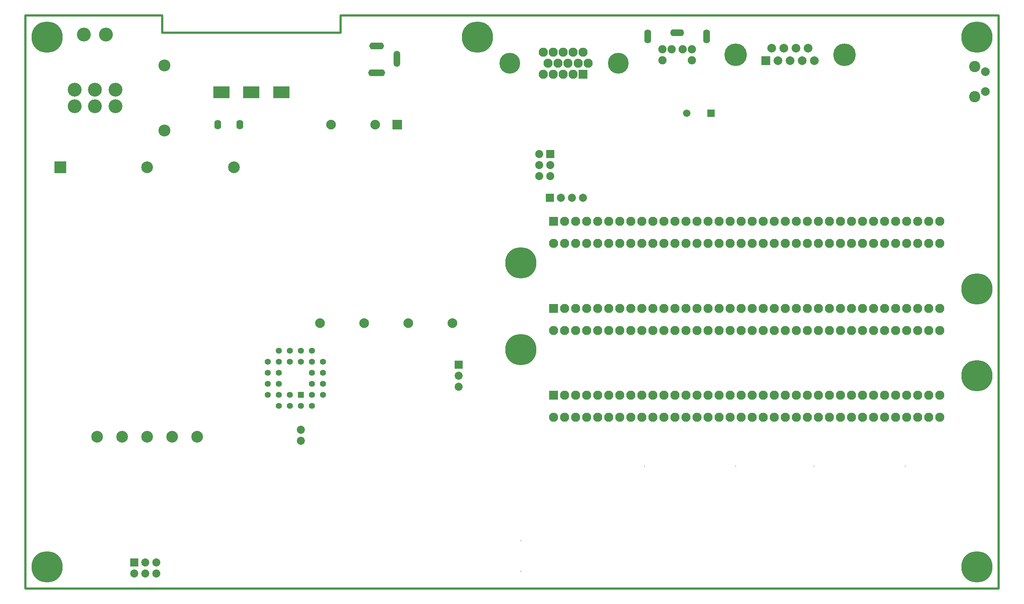
<source format=gbs>
%FSLAX44Y44*%
%MOMM*%
G71*
G01*
G75*
G04 Layer_Color=2172695*
%ADD10C,0.2000*%
%ADD11R,2.0000X3.0000*%
%ADD12R,1.0000X1.5000*%
%ADD13R,0.7000X1.5000*%
%ADD14R,1.0000X2.2000*%
%ADD15R,2.6000X1.8000*%
%ADD16R,2.4000X2.5000*%
%ADD17R,2.6000X2.2000*%
%ADD18R,3.5000X1.2000*%
%ADD19R,0.9500X1.6500*%
%ADD20R,0.9900X0.6900*%
%ADD21R,0.7500X1.3000*%
%ADD22R,1.0000X1.9000*%
%ADD23R,6.8000X6.9000*%
%ADD24P,1.4142X4X180.0*%
%ADD25P,1.4142X4X90.0*%
%ADD26O,0.4500X1.7000*%
%ADD27R,5.3000X5.3000*%
%ADD28O,0.3000X0.8000*%
%ADD29O,0.8000X0.3000*%
%ADD30R,2.0000X0.6000*%
%ADD31O,2.1000X0.6000*%
%ADD32R,1.5500X0.2500*%
%ADD33R,0.2500X1.5500*%
%ADD34R,0.6500X1.7500*%
%ADD35O,2.0320X0.8890*%
%ADD36R,2.0320X0.8890*%
%ADD37R,1.4500X2.0000*%
%ADD38R,0.8000X1.5000*%
%ADD39R,5.5000X2.0000*%
%ADD40R,1.3000X1.9000*%
%ADD41C,0.3500*%
%ADD42R,1.3000X0.7500*%
%ADD43R,2.0000X5.5000*%
%ADD44R,0.6900X0.9900*%
%ADD45R,1.2000X3.5000*%
%ADD46C,0.5000*%
%ADD47C,2.5000*%
%ADD48C,0.2500*%
%ADD49C,0.1500*%
%ADD50C,1.0000*%
%ADD51C,0.1250*%
%ADD52C,1.5000*%
%ADD53C,1.8000*%
%ADD54R,1.6510X1.6510*%
%ADD55C,1.6510*%
%ADD56C,1.9000*%
%ADD57R,1.9000X1.9000*%
%ADD58O,3.2000X1.4000*%
%ADD59O,1.3000X3.5000*%
%ADD60O,3.7000X1.4000*%
%ADD61R,3.6000X2.6000*%
%ADD62C,1.8000*%
%ADD63C,2.4000*%
%ADD64C,3.0000*%
%ADD65R,2.5000X2.5000*%
%ADD66C,2.5000*%
%ADD67C,5.0000*%
%ADD68C,1.8000*%
%ADD69R,1.8000X1.8000*%
%ADD70C,4.6000*%
%ADD71O,3.0000X1.4000*%
%ADD72O,1.4000X3.0000*%
%ADD73C,1.7000*%
%ADD74O,1.4000X2.0000*%
%ADD75C,2.5400*%
%ADD76R,2.0320X2.0320*%
%ADD77C,2.0320*%
%ADD78C,1.5000*%
%ADD79R,1.5000X1.5000*%
%ADD80R,1.6510X1.6510*%
%ADD81C,1.2000*%
%ADD82R,1.2000X1.2000*%
%ADD83C,7.0000*%
%ADD84C,0.6000*%
%ADD85C,0.4000*%
%ADD86C,1.0000*%
%ADD87C,0.2540*%
%ADD88C,0.1778*%
%ADD89C,0.6000*%
%ADD90C,0.1250*%
%ADD91C,0.2032*%
%ADD92C,0.0100*%
%ADD93C,0.0800*%
%ADD94C,0.1270*%
%ADD95R,1.0000X3.2500*%
%ADD96R,0.9000X1.4500*%
%ADD97R,1.1000X0.2000*%
%ADD98R,1.0000X1.0000*%
%ADD99R,1.0001X3.2500*%
%ADD100R,1.0000X3.2500*%
%ADD101R,3.2500X1.0000*%
%ADD102R,2.2032X3.2032*%
%ADD103R,1.2032X1.7032*%
%ADD104R,0.9032X1.7032*%
%ADD105R,1.2032X2.4032*%
%ADD106R,2.8032X2.0032*%
%ADD107R,2.6032X2.7032*%
%ADD108R,2.8032X2.4032*%
%ADD109R,3.7032X1.4032*%
%ADD110R,1.1532X1.8532*%
%ADD111R,1.1932X0.8932*%
%ADD112R,0.9532X1.5032*%
%ADD113R,1.2032X2.1032*%
%ADD114R,7.0032X7.1032*%
%ADD115P,1.7016X4X180.0*%
%ADD116P,1.7016X4X90.0*%
%ADD117O,0.6532X1.9032*%
%ADD118R,5.5032X5.5032*%
%ADD119O,0.5032X1.0032*%
%ADD120O,1.0032X0.5032*%
%ADD121R,2.2032X0.8032*%
%ADD122O,2.3032X0.8032*%
%ADD123R,1.7532X0.4532*%
%ADD124R,0.4532X1.7532*%
%ADD125R,0.8532X1.9532*%
%ADD126O,2.2352X1.0922*%
%ADD127R,2.2352X1.0922*%
%ADD128R,1.6532X2.2032*%
%ADD129R,1.0032X1.7032*%
%ADD130R,5.7032X2.2032*%
%ADD131R,1.5032X2.1032*%
%ADD132C,0.5532*%
%ADD133R,1.5032X0.9532*%
%ADD134R,2.2032X5.7032*%
%ADD135R,0.8932X1.1932*%
%ADD136R,1.4032X3.7032*%
%ADD137R,1.8542X1.8542*%
%ADD138C,1.8542*%
%ADD139R,0.2032X0.2032*%
%ADD140C,2.1032*%
%ADD141R,2.1032X2.1032*%
%ADD142O,3.4032X1.6032*%
%ADD143O,1.5032X3.7032*%
%ADD144O,3.9032X1.6032*%
%ADD145R,3.8032X2.8032*%
%ADD146C,2.0032*%
%ADD147C,2.6032*%
%ADD148C,3.2032*%
%ADD149R,2.7032X2.7032*%
%ADD150C,2.7032*%
%ADD151C,5.2032*%
%ADD152C,2.0032*%
%ADD153R,2.0032X2.0032*%
%ADD154C,4.8032*%
%ADD155O,3.2032X1.6032*%
%ADD156O,1.6032X3.2032*%
%ADD157C,1.9032*%
%ADD158O,1.6032X2.2032*%
%ADD159C,2.7432*%
%ADD160R,2.2352X2.2352*%
%ADD161C,2.2352*%
%ADD162C,1.7032*%
%ADD163R,1.7032X1.7032*%
%ADD164R,1.8542X1.8542*%
%ADD165C,1.4032*%
%ADD166R,1.4032X1.4032*%
%ADD167C,7.2032*%
%ADD168C,1.2032*%
D46*
X-270Y-0D02*
Y1320000D01*
X2239730Y-0D02*
X-270D01*
X2239730D02*
Y1320000D01*
X724730Y1280000D02*
Y1320000D01*
Y1280000D02*
X314730D01*
Y1320000D01*
X-270D01*
X2239730D02*
X724730D01*
X2239730Y1320000D02*
X2239730Y1320000D01*
D137*
X996730Y515400D02*
D03*
X1207430Y1000400D02*
D03*
D138*
X996730Y490000D02*
D03*
Y464600D02*
D03*
X1282830Y900000D02*
D03*
X1257430D02*
D03*
X1232030D02*
D03*
X249730Y34600D02*
D03*
X275130Y60000D02*
D03*
Y34600D02*
D03*
X300530Y60000D02*
D03*
Y34600D02*
D03*
X633730Y340300D02*
D03*
Y365700D02*
D03*
X1182030Y1000400D02*
D03*
X1207430Y975000D02*
D03*
X1182030D02*
D03*
X1207430Y949600D02*
D03*
X1182030D02*
D03*
D139*
X1814730Y282000D02*
D03*
X2024730D02*
D03*
X1139730Y110000D02*
D03*
Y40000D02*
D03*
X1424730Y282000D02*
D03*
X1634730D02*
D03*
D140*
X2104230Y794600D02*
D03*
Y845400D02*
D03*
X2078830Y794600D02*
D03*
Y845400D02*
D03*
X2053430Y794600D02*
D03*
Y845400D02*
D03*
X2028030Y794600D02*
D03*
Y845400D02*
D03*
X2002630Y794600D02*
D03*
Y845400D02*
D03*
X1977230Y794600D02*
D03*
Y845400D02*
D03*
X1951830Y794600D02*
D03*
Y845400D02*
D03*
X1926430Y794600D02*
D03*
Y845400D02*
D03*
X1901030Y794600D02*
D03*
Y845400D02*
D03*
X1875630Y794600D02*
D03*
Y845400D02*
D03*
X1850230Y794600D02*
D03*
Y845400D02*
D03*
X1824830Y794600D02*
D03*
Y845400D02*
D03*
X1799430Y794600D02*
D03*
Y845400D02*
D03*
X1774030Y794600D02*
D03*
Y845400D02*
D03*
X1748630Y794600D02*
D03*
Y845400D02*
D03*
X1723230Y794600D02*
D03*
Y845400D02*
D03*
X1697830Y794600D02*
D03*
Y845400D02*
D03*
X1672430Y794600D02*
D03*
Y845400D02*
D03*
X1647030Y794600D02*
D03*
Y845400D02*
D03*
X1621630Y794600D02*
D03*
Y845400D02*
D03*
X1596230Y794600D02*
D03*
Y845400D02*
D03*
X1570830Y794600D02*
D03*
Y845400D02*
D03*
X1545430Y794600D02*
D03*
Y845400D02*
D03*
X1520030Y794600D02*
D03*
Y845400D02*
D03*
X1494630Y794600D02*
D03*
Y845400D02*
D03*
X1469230Y794600D02*
D03*
Y845400D02*
D03*
X1443830Y794600D02*
D03*
Y845400D02*
D03*
X1418430Y794600D02*
D03*
Y845400D02*
D03*
X1393030Y794600D02*
D03*
Y845400D02*
D03*
X1367630Y794600D02*
D03*
Y845400D02*
D03*
X1342230Y794600D02*
D03*
Y845400D02*
D03*
X1316830Y794600D02*
D03*
Y845400D02*
D03*
X1291430Y794600D02*
D03*
Y845400D02*
D03*
X1266030Y794600D02*
D03*
Y845400D02*
D03*
X1240630Y794600D02*
D03*
Y845400D02*
D03*
X1215230Y794600D02*
D03*
X1260330Y1184600D02*
D03*
X1237330D02*
D03*
X1214331D02*
D03*
X1191330D02*
D03*
X1202730Y1210000D02*
D03*
X1225731D02*
D03*
X1248730D02*
D03*
X1271730D02*
D03*
X1294730D02*
D03*
X1191330Y1235400D02*
D03*
X1214331D02*
D03*
X1237330D02*
D03*
X1260330D02*
D03*
X1283331D02*
D03*
X2104230Y394600D02*
D03*
Y445400D02*
D03*
X2078830Y394600D02*
D03*
Y445400D02*
D03*
X2053430Y394600D02*
D03*
Y445400D02*
D03*
X2028030Y394600D02*
D03*
Y445400D02*
D03*
X2002630Y394600D02*
D03*
Y445400D02*
D03*
X1977230Y394600D02*
D03*
Y445400D02*
D03*
X1951830Y394600D02*
D03*
Y445400D02*
D03*
X1926430Y394600D02*
D03*
Y445400D02*
D03*
X1901030Y394600D02*
D03*
Y445400D02*
D03*
X1875630Y394600D02*
D03*
Y445400D02*
D03*
X1850230Y394600D02*
D03*
Y445400D02*
D03*
X1824830Y394600D02*
D03*
Y445400D02*
D03*
X1799430Y394600D02*
D03*
Y445400D02*
D03*
X1774030Y394600D02*
D03*
Y445400D02*
D03*
X1748630Y394600D02*
D03*
Y445400D02*
D03*
X1723230Y394600D02*
D03*
Y445400D02*
D03*
X1697830Y394600D02*
D03*
Y445400D02*
D03*
X1672430Y394600D02*
D03*
Y445400D02*
D03*
X1647030Y394600D02*
D03*
Y445400D02*
D03*
X1621630Y394600D02*
D03*
Y445400D02*
D03*
X1596230Y394600D02*
D03*
Y445400D02*
D03*
X1570830Y394600D02*
D03*
Y445400D02*
D03*
X1545430Y394600D02*
D03*
Y445400D02*
D03*
X1520030Y394600D02*
D03*
Y445400D02*
D03*
X1494630Y394600D02*
D03*
Y445400D02*
D03*
X1469230Y394600D02*
D03*
Y445400D02*
D03*
X1443830Y394600D02*
D03*
Y445400D02*
D03*
X1418430Y394600D02*
D03*
Y445400D02*
D03*
X1393030Y394600D02*
D03*
Y445400D02*
D03*
X1367630Y394600D02*
D03*
Y445400D02*
D03*
X1342230Y394600D02*
D03*
Y445400D02*
D03*
X1316830Y394600D02*
D03*
Y445400D02*
D03*
X1291430Y394600D02*
D03*
Y445400D02*
D03*
X1266030Y394600D02*
D03*
Y445400D02*
D03*
X1240630Y394600D02*
D03*
Y445400D02*
D03*
X1215230Y394600D02*
D03*
X2104230Y594600D02*
D03*
Y645400D02*
D03*
X2078830Y594600D02*
D03*
Y645400D02*
D03*
X2053430Y594600D02*
D03*
Y645400D02*
D03*
X2028030Y594600D02*
D03*
Y645400D02*
D03*
X2002630Y594600D02*
D03*
Y645400D02*
D03*
X1977230Y594600D02*
D03*
Y645400D02*
D03*
X1951830Y594600D02*
D03*
Y645400D02*
D03*
X1926430Y594600D02*
D03*
Y645400D02*
D03*
X1901030Y594600D02*
D03*
Y645400D02*
D03*
X1875630Y594600D02*
D03*
Y645400D02*
D03*
X1850230Y594600D02*
D03*
Y645400D02*
D03*
X1824830Y594600D02*
D03*
Y645400D02*
D03*
X1799430Y594600D02*
D03*
Y645400D02*
D03*
X1774030Y594600D02*
D03*
Y645400D02*
D03*
X1748630Y594600D02*
D03*
Y645400D02*
D03*
X1723230Y594600D02*
D03*
Y645400D02*
D03*
X1697830Y594600D02*
D03*
Y645400D02*
D03*
X1672430Y594600D02*
D03*
Y645400D02*
D03*
X1647030Y594600D02*
D03*
Y645400D02*
D03*
X1621630Y594600D02*
D03*
Y645400D02*
D03*
X1596230Y594600D02*
D03*
Y645400D02*
D03*
X1570830Y594600D02*
D03*
Y645400D02*
D03*
X1545430Y594600D02*
D03*
Y645400D02*
D03*
X1520030Y594600D02*
D03*
Y645400D02*
D03*
X1494630Y594600D02*
D03*
Y645400D02*
D03*
X1469230Y594600D02*
D03*
Y645400D02*
D03*
X1443830Y594600D02*
D03*
Y645400D02*
D03*
X1418430Y594600D02*
D03*
Y645400D02*
D03*
X1393030Y594600D02*
D03*
Y645400D02*
D03*
X1367630Y594600D02*
D03*
Y645400D02*
D03*
X1342230Y594600D02*
D03*
Y645400D02*
D03*
X1316830Y594600D02*
D03*
Y645400D02*
D03*
X1291430Y594600D02*
D03*
Y645400D02*
D03*
X1266030Y594600D02*
D03*
Y645400D02*
D03*
X1240630Y594600D02*
D03*
Y645400D02*
D03*
X1215230Y594600D02*
D03*
D141*
Y845400D02*
D03*
X1283331Y1184600D02*
D03*
X1215230Y445400D02*
D03*
Y645400D02*
D03*
D142*
X807730Y1250000D02*
D03*
D143*
X854731Y1220000D02*
D03*
D144*
X807730Y1188000D02*
D03*
D145*
X519730Y1143000D02*
D03*
X450730D02*
D03*
X588730D02*
D03*
D146*
X2209730Y1190000D02*
D03*
Y1145000D02*
D03*
X1815610Y1215800D02*
D03*
X1787670D02*
D03*
X1759730D02*
D03*
X1731790D02*
D03*
D147*
X2184730Y1202500D02*
D03*
Y1132500D02*
D03*
D148*
X112740Y1110900D02*
D03*
X159730D02*
D03*
X206720D02*
D03*
X112740Y1149000D02*
D03*
X159730D02*
D03*
X206720D02*
D03*
X185130Y1276000D02*
D03*
X134330D02*
D03*
D149*
X79730Y970000D02*
D03*
D150*
X279730D02*
D03*
X479730D02*
D03*
X394730Y350000D02*
D03*
X337230D02*
D03*
X279730D02*
D03*
X222230D02*
D03*
X164730D02*
D03*
D151*
X1634730Y1229700D02*
D03*
X1884730D02*
D03*
D152*
X1801640Y1244200D02*
D03*
X1773700D02*
D03*
X1745760D02*
D03*
X1717820D02*
D03*
D153*
X1703850Y1215800D02*
D03*
D154*
X1364731Y1210000D02*
D03*
X1114731D02*
D03*
D155*
X1499731Y1280000D02*
D03*
D156*
X1567230Y1272000D02*
D03*
X1432231D02*
D03*
D157*
X1512730Y1242000D02*
D03*
X1486730D02*
D03*
X1533730D02*
D03*
X1465730D02*
D03*
X1533730Y1217000D02*
D03*
X1465730D02*
D03*
D158*
X493130Y1068000D02*
D03*
X442330D02*
D03*
D159*
X319730Y1205000D02*
D03*
Y1055000D02*
D03*
D160*
X855130Y1068600D02*
D03*
D161*
X880530Y611400D02*
D03*
X804330Y1068600D02*
D03*
X702730D02*
D03*
X982130Y611400D02*
D03*
X778930D02*
D03*
X677330D02*
D03*
D162*
X1521730Y1095000D02*
D03*
D163*
X1577730D02*
D03*
D164*
X1206630Y900000D02*
D03*
X249730Y60000D02*
D03*
D165*
X633430Y420500D02*
D03*
X658830Y445900D02*
D03*
Y420500D02*
D03*
X684230Y445900D02*
D03*
X658830Y471300D02*
D03*
X684230D02*
D03*
X658830Y496700D02*
D03*
X684230D02*
D03*
X658830Y522100D02*
D03*
X684230D02*
D03*
X658830Y547500D02*
D03*
X633430Y522100D02*
D03*
Y547500D02*
D03*
X608030Y522100D02*
D03*
Y547500D02*
D03*
X582630Y522100D02*
D03*
Y547500D02*
D03*
X557230Y522100D02*
D03*
X582630Y496700D02*
D03*
X557230D02*
D03*
X582630Y471300D02*
D03*
X557230D02*
D03*
X582630Y445900D02*
D03*
X557230D02*
D03*
X582630Y420500D02*
D03*
X608030Y445900D02*
D03*
Y420500D02*
D03*
D166*
X633430Y445900D02*
D03*
D167*
X1039730Y1270000D02*
D03*
X1139730Y550000D02*
D03*
Y750000D02*
D03*
X2189730Y1270000D02*
D03*
X49730D02*
D03*
Y50000D02*
D03*
X2189730D02*
D03*
Y690000D02*
D03*
Y490000D02*
D03*
M02*

</source>
